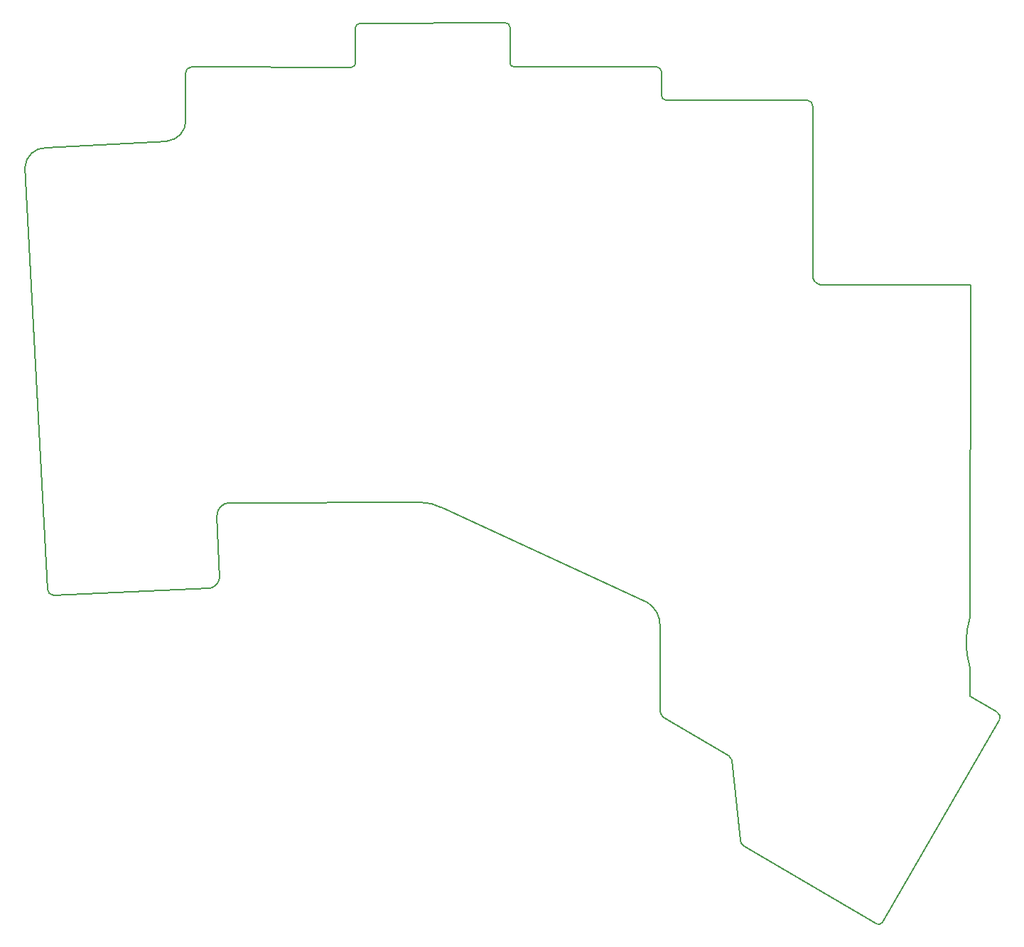
<source format=gbr>
%TF.GenerationSoftware,KiCad,Pcbnew,9.0.6*%
%TF.CreationDate,2025-12-28T20:57:02+00:00*%
%TF.ProjectId,demeter,64656d65-7465-4722-9e6b-696361645f70,rev?*%
%TF.SameCoordinates,Original*%
%TF.FileFunction,Profile,NP*%
%FSLAX46Y46*%
G04 Gerber Fmt 4.6, Leading zero omitted, Abs format (unit mm)*
G04 Created by KiCad (PCBNEW 9.0.6) date 2025-12-28 20:57:02*
%MOMM*%
%LPD*%
G01*
G04 APERTURE LIST*
%TA.AperFunction,Profile*%
%ADD10C,0.150000*%
%TD*%
G04 APERTURE END LIST*
D10*
X92434593Y-50911574D02*
X92446098Y-56582542D01*
X167152226Y-54981240D02*
X167132000Y-75098515D01*
X122850000Y-102760000D02*
X147460000Y-114090000D01*
X131564000Y-50264000D02*
G75*
G02*
X131064000Y-49764000I0J500000D01*
G01*
X130564000Y-45014000D02*
G75*
G02*
X131064000Y-45514000I0J-500000D01*
G01*
X76001082Y-112569869D02*
X73288472Y-62196856D01*
X185868101Y-121827278D02*
G75*
G02*
X185911063Y-115737040I9766099J2976378D01*
G01*
X149410000Y-127830000D02*
X157180696Y-132383880D01*
X112656447Y-49806447D02*
X112614589Y-45671567D01*
X148574000Y-50264000D02*
X131564000Y-50264000D01*
X95212469Y-112409054D02*
X76632508Y-113194884D01*
X148574000Y-50264000D02*
G75*
G02*
X149097952Y-50812000I-24600J-548000D01*
G01*
X130564000Y-45014000D02*
X113254589Y-45041567D01*
X166490000Y-54220000D02*
G75*
G02*
X167152242Y-54981241I-52900J-714700D01*
G01*
X112156447Y-50306447D02*
X93074593Y-50281574D01*
X175490000Y-152180001D02*
X189380000Y-128150000D01*
X96160000Y-103730000D02*
G75*
G02*
X97710000Y-102190022I1541600J-1600D01*
G01*
X96460000Y-111190000D02*
X96160000Y-103730000D01*
X120500000Y-102160000D02*
G75*
G02*
X122849990Y-102760018I4600J-4883900D01*
G01*
X112656447Y-49806447D02*
G75*
G02*
X112156447Y-50306447I-500047J47D01*
G01*
X92434593Y-50911574D02*
G75*
G02*
X93074593Y-50281562I655907J-26226D01*
G01*
X168026236Y-76197223D02*
G75*
G02*
X167131977Y-75098514I164564J1047223D01*
G01*
X185868101Y-121827278D02*
X185883050Y-125261200D01*
X175490000Y-152180001D02*
G75*
G02*
X174660001Y-152379997I-546900J447401D01*
G01*
X76632508Y-113194884D02*
G75*
G02*
X76001046Y-112569868I-19708J611584D01*
G01*
X166490000Y-54220000D02*
X149618226Y-54199240D01*
X90188006Y-59092542D02*
X75756732Y-59893213D01*
X148950000Y-116890000D02*
X148940000Y-126790000D01*
X92446098Y-56582542D02*
G75*
G02*
X90188006Y-59092541I-2443398J-72558D01*
G01*
X96460000Y-111190000D02*
G75*
G02*
X95212466Y-112409033I-1440000J225800D01*
G01*
X147460000Y-114090000D02*
G75*
G02*
X148950002Y-116890000I-1720500J-2712000D01*
G01*
X157180696Y-132383880D02*
G75*
G02*
X157510128Y-132868325I-523496J-710220D01*
G01*
X149410000Y-127830000D02*
G75*
G02*
X148940013Y-126790001I685100J935800D01*
G01*
X73288472Y-62196856D02*
G75*
G02*
X75756732Y-59893181I2440428J-140644D01*
G01*
X189060000Y-127110000D02*
X185883050Y-125261200D01*
X112614589Y-45671567D02*
G75*
G02*
X113254589Y-45041557I655911J-26233D01*
G01*
X185936622Y-76202776D02*
X168026236Y-76197223D01*
X149118226Y-53699240D02*
X149098000Y-50812000D01*
X185936622Y-76202776D02*
X185911057Y-115737038D01*
X189060000Y-127110000D02*
G75*
G02*
X189380037Y-128150019I-365100J-681600D01*
G01*
X158918624Y-143109539D02*
G75*
G02*
X158528643Y-142469537I506976J747739D01*
G01*
X149618226Y-54199240D02*
G75*
G02*
X149118160Y-53699240I-26J500040D01*
G01*
X97710000Y-102190000D02*
X120500000Y-102160000D01*
X157510136Y-132868323D02*
X158528624Y-142469539D01*
X131064000Y-49764000D02*
X131064000Y-45514000D01*
X158918624Y-143109539D02*
X174660000Y-152380000D01*
M02*

</source>
